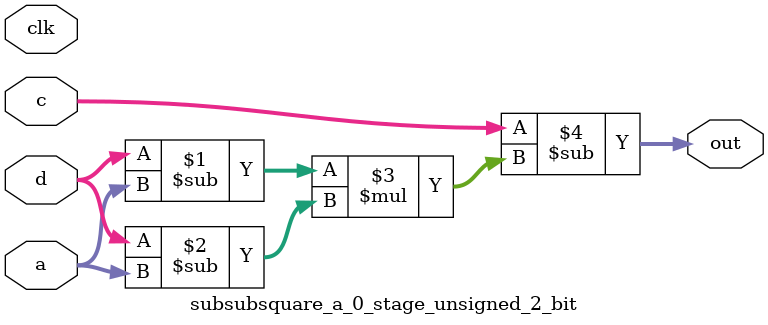
<source format=sv>
(* use_dsp = "yes" *) module subsubsquare_a_0_stage_unsigned_2_bit(
	input  [1:0] a,
	input  [1:0] c,
	input  [1:0] d,
	output [1:0] out,
	input clk);

	assign out = c - ((d - a) * (d - a));
endmodule

</source>
